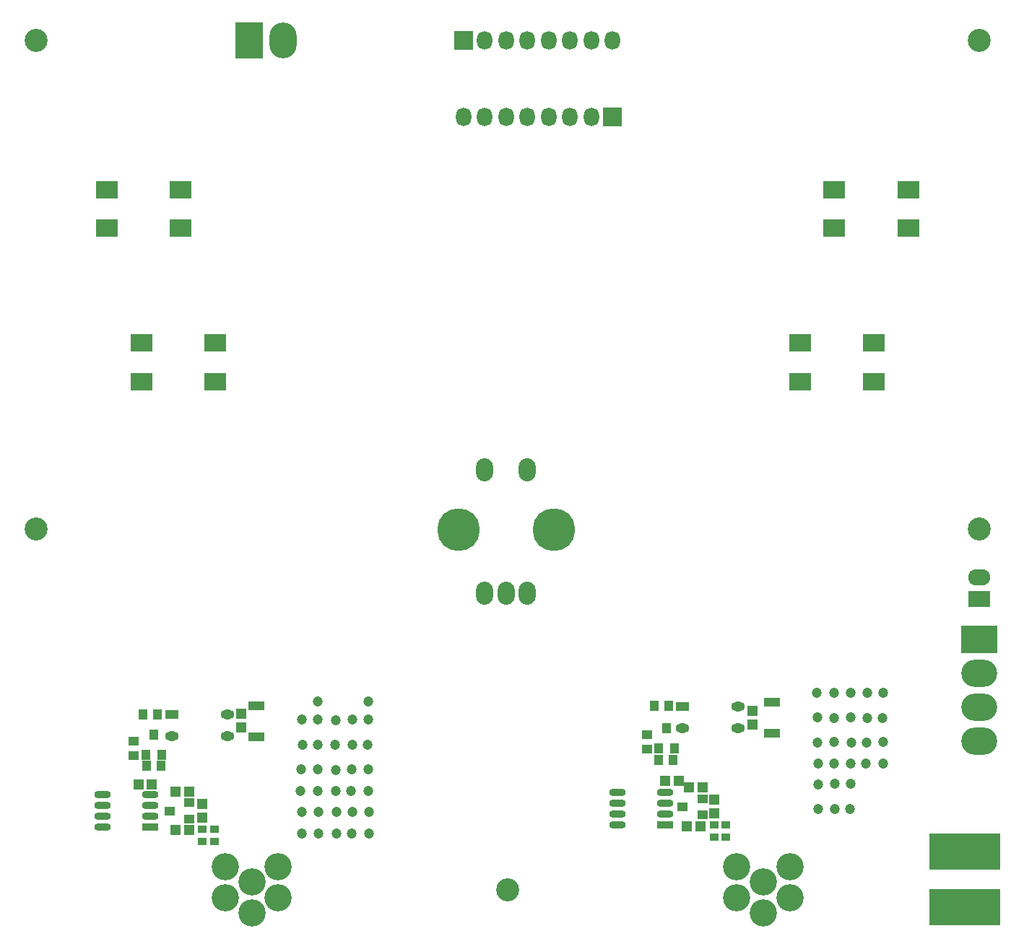
<source format=gts>
G04 Layer_Color=8388736*
%FSLAX43Y43*%
%MOMM*%
G71*
G01*
G75*
%ADD89R,1.203X1.203*%
%ADD90R,1.153X1.103*%
%ADD91R,1.153X1.103*%
%ADD92R,1.003X0.953*%
%ADD93R,1.203X1.203*%
%ADD94R,1.103X1.153*%
%ADD95R,1.103X1.153*%
%ADD96R,1.103X1.203*%
%ADD97R,1.203X1.103*%
%ADD98O,1.603X1.103*%
%ADD99R,1.603X1.103*%
%ADD100R,1.903X1.103*%
%ADD101O,1.953X0.853*%
%ADD102R,1.953X0.853*%
%ADD103R,2.503X2.003*%
%ADD104C,3.203*%
%ADD105C,5.003*%
%ADD106O,2.003X2.703*%
%ADD107R,4.203X3.203*%
%ADD108O,4.203X3.203*%
%ADD109O,3.203X4.203*%
%ADD110R,3.203X4.203*%
%ADD111O,1.803X2.203*%
%ADD112R,2.203X2.203*%
%ADD113O,2.603X1.903*%
%ADD114R,2.603X1.903*%
%ADD115C,2.703*%
%ADD116C,1.203*%
D89*
X24090Y20180D02*
D03*
X25690D02*
D03*
X25690Y15750D02*
D03*
X24090D02*
D03*
X19710Y21020D02*
D03*
X21310D02*
D03*
X85610Y16160D02*
D03*
X84010D02*
D03*
X83100Y21470D02*
D03*
X81500D02*
D03*
X84250Y20700D02*
D03*
X85850D02*
D03*
D90*
X25700Y17000D02*
D03*
X23350Y17950D02*
D03*
X85830Y17480D02*
D03*
X83480Y18430D02*
D03*
D91*
X25700Y18900D02*
D03*
X85830Y19380D02*
D03*
D92*
X28610Y14365D02*
D03*
Y15815D02*
D03*
X27170D02*
D03*
Y14365D02*
D03*
X87250Y16285D02*
D03*
Y14835D02*
D03*
X88610D02*
D03*
Y16285D02*
D03*
D93*
X27170Y17160D02*
D03*
Y18760D02*
D03*
X31790Y29320D02*
D03*
Y27720D02*
D03*
X87260Y17640D02*
D03*
Y19240D02*
D03*
X91710Y29660D02*
D03*
Y28060D02*
D03*
D94*
X21540Y26890D02*
D03*
X20590Y24540D02*
D03*
X81650Y27640D02*
D03*
X80700Y25290D02*
D03*
D95*
X22490Y24540D02*
D03*
X82600Y25290D02*
D03*
D96*
X20650Y23280D02*
D03*
X22350D02*
D03*
X21920Y29250D02*
D03*
X20220D02*
D03*
X81920Y30240D02*
D03*
X80220D02*
D03*
X80720Y23960D02*
D03*
X82420D02*
D03*
D97*
X19190Y24450D02*
D03*
Y26150D02*
D03*
X79310Y25230D02*
D03*
Y26930D02*
D03*
D98*
X23640Y26715D02*
D03*
X30140D02*
D03*
Y29265D02*
D03*
X83510Y27640D02*
D03*
X90010D02*
D03*
Y30190D02*
D03*
D99*
X23640Y29265D02*
D03*
X83510Y30190D02*
D03*
D100*
X33550Y26660D02*
D03*
Y30300D02*
D03*
X94020Y27050D02*
D03*
Y30690D02*
D03*
D101*
X15510Y19825D02*
D03*
Y18555D02*
D03*
Y17285D02*
D03*
Y16015D02*
D03*
X21110Y19825D02*
D03*
Y18555D02*
D03*
Y17285D02*
D03*
X75890Y20155D02*
D03*
Y18885D02*
D03*
Y17615D02*
D03*
Y16345D02*
D03*
X81490Y20155D02*
D03*
Y18885D02*
D03*
Y17615D02*
D03*
D102*
X21110Y16015D02*
D03*
X81490Y16345D02*
D03*
D103*
X105925Y72830D02*
D03*
X97275D02*
D03*
Y68330D02*
D03*
X105925D02*
D03*
X24675Y90800D02*
D03*
X16025D02*
D03*
Y86300D02*
D03*
X24675D02*
D03*
X28725Y72830D02*
D03*
X20075D02*
D03*
Y68330D02*
D03*
X28725D02*
D03*
X109965Y90800D02*
D03*
X101315D02*
D03*
Y86300D02*
D03*
X109965D02*
D03*
D104*
X29880Y11400D02*
D03*
Y7800D02*
D03*
X32995Y9625D02*
D03*
X33000Y6000D02*
D03*
X36120Y7800D02*
D03*
Y11400D02*
D03*
X96120D02*
D03*
Y7800D02*
D03*
X93000Y6000D02*
D03*
X92995Y9625D02*
D03*
X89880Y7800D02*
D03*
Y11400D02*
D03*
D105*
X57230Y50960D02*
D03*
X68430D02*
D03*
D106*
X65330Y57960D02*
D03*
X60330D02*
D03*
X62830Y43460D02*
D03*
X65330D02*
D03*
X60330D02*
D03*
D107*
X118300Y38030D02*
D03*
D108*
Y34070D02*
D03*
Y30110D02*
D03*
Y26150D02*
D03*
D109*
X36690Y108320D02*
D03*
D110*
X32730D02*
D03*
X119115Y6630D02*
D03*
X114040D02*
D03*
X116565D02*
D03*
X119107Y13140D02*
D03*
X114033D02*
D03*
X116558D02*
D03*
D111*
X70310Y108320D02*
D03*
X72810D02*
D03*
X75310D02*
D03*
X65310D02*
D03*
X67810D02*
D03*
X62810D02*
D03*
X60310D02*
D03*
X62810Y99340D02*
D03*
X60310D02*
D03*
X57810D02*
D03*
X67810D02*
D03*
X65310D02*
D03*
X70310D02*
D03*
X72810D02*
D03*
D112*
X57810Y108320D02*
D03*
X75310Y99340D02*
D03*
D113*
X118320Y45390D02*
D03*
D114*
Y42850D02*
D03*
D115*
X63000Y8650D02*
D03*
X7700Y51050D02*
D03*
Y108350D02*
D03*
X118300Y51050D02*
D03*
Y108350D02*
D03*
D116*
X99330Y28890D02*
D03*
X99280Y31820D02*
D03*
X101300Y28870D02*
D03*
X101280Y26030D02*
D03*
X99320Y26000D02*
D03*
X101290Y23480D02*
D03*
X99440Y23490D02*
D03*
X101240Y31800D02*
D03*
X107030Y31840D02*
D03*
X105200D02*
D03*
X106990Y28870D02*
D03*
X105210D02*
D03*
X107030Y26010D02*
D03*
X105100Y26000D02*
D03*
X103270Y25980D02*
D03*
X107030Y23480D02*
D03*
X105020Y23490D02*
D03*
X103220Y23480D02*
D03*
X103200Y28900D02*
D03*
X103260Y31810D02*
D03*
X99450Y21090D02*
D03*
X99390Y18180D02*
D03*
X101400Y18150D02*
D03*
X103180D02*
D03*
X101390Y21120D02*
D03*
X103220D02*
D03*
X42870Y28610D02*
D03*
X42810Y25700D02*
D03*
X42830Y20280D02*
D03*
X44630Y20290D02*
D03*
X42880Y22780D02*
D03*
X44710Y22800D02*
D03*
X46640Y22810D02*
D03*
X44820Y25670D02*
D03*
X46600D02*
D03*
X44810Y28640D02*
D03*
X46640D02*
D03*
X40750D02*
D03*
X38920D02*
D03*
X40710Y25670D02*
D03*
X38930D02*
D03*
X40750Y22810D02*
D03*
X38820Y22800D02*
D03*
X40750Y20280D02*
D03*
X38740Y20290D02*
D03*
X46640Y20280D02*
D03*
X46740Y15310D02*
D03*
X38840Y15320D02*
D03*
X40850Y15310D02*
D03*
X38920Y17830D02*
D03*
X40850Y17840D02*
D03*
X46740D02*
D03*
X44810Y17830D02*
D03*
X42980Y17810D02*
D03*
X44730Y15320D02*
D03*
X42930Y15310D02*
D03*
X46630Y30830D02*
D03*
X40740D02*
D03*
M02*

</source>
